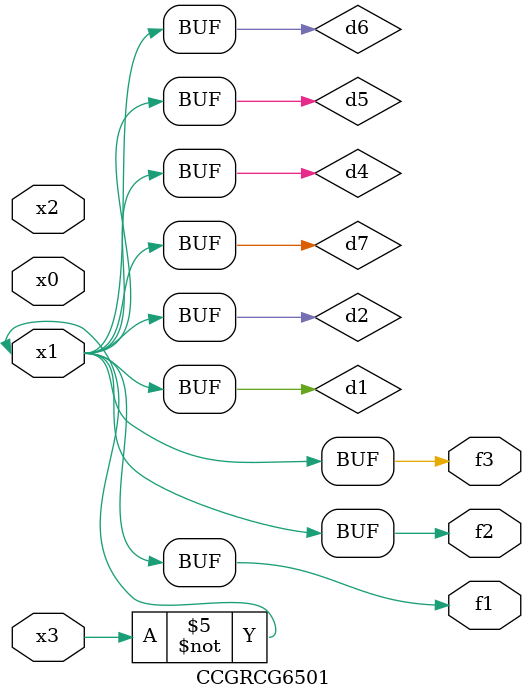
<source format=v>
module CCGRCG6501(
	input x0, x1, x2, x3,
	output f1, f2, f3
);

	wire d1, d2, d3, d4, d5, d6, d7;

	not (d1, x3);
	buf (d2, x1);
	xnor (d3, d1, d2);
	nor (d4, d1);
	buf (d5, d1, d2);
	buf (d6, d4, d5);
	nand (d7, d4);
	assign f1 = d6;
	assign f2 = d7;
	assign f3 = d6;
endmodule

</source>
